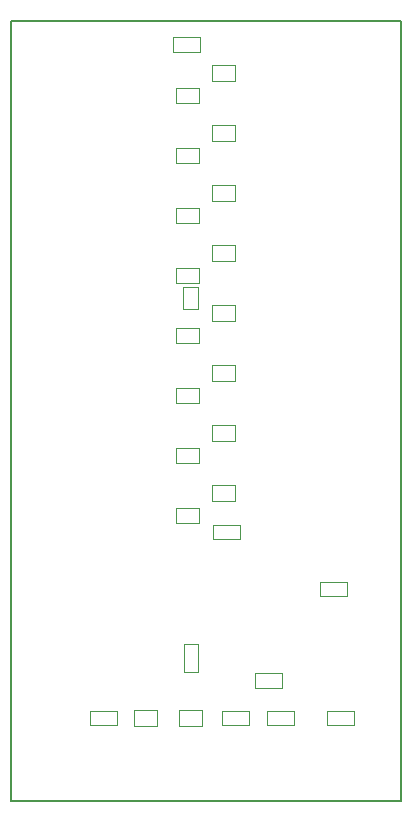
<source format=gbr>
%TF.GenerationSoftware,KiCad,Pcbnew,4.0.2-stable*%
%TF.CreationDate,2021-11-11T11:09:56-08:00*%
%TF.ProjectId,pwm,70776D2E6B696361645F706362000000,rev?*%
%TF.FileFunction,Other,User*%
%FSLAX46Y46*%
G04 Gerber Fmt 4.6, Leading zero omitted, Abs format (unit mm)*
G04 Created by KiCad (PCBNEW 4.0.2-stable) date 11/11/2021 11:09:56 AM*
%MOMM*%
G01*
G04 APERTURE LIST*
%ADD10C,0.100000*%
%ADD11C,0.150000*%
%ADD12C,0.050000*%
G04 APERTURE END LIST*
D10*
D11*
X153670000Y-71120000D02*
X186690000Y-71120000D01*
X153670000Y-137160000D02*
X186690000Y-137160000D01*
X153670000Y-137160000D02*
X153670000Y-71120000D01*
X186690000Y-71120000D02*
X186690000Y-137160000D01*
D12*
X170754000Y-90155000D02*
X172654000Y-90155000D01*
X170754000Y-91455000D02*
X172654000Y-91455000D01*
X170754000Y-90155000D02*
X170754000Y-91455000D01*
X172654000Y-90155000D02*
X172654000Y-91455000D01*
X169606000Y-83200000D02*
X167706000Y-83200000D01*
X169606000Y-81900000D02*
X167706000Y-81900000D01*
X169606000Y-83200000D02*
X169606000Y-81900000D01*
X167706000Y-83200000D02*
X167706000Y-81900000D01*
X169679000Y-73752000D02*
X167379000Y-73752000D01*
X169679000Y-72552000D02*
X167379000Y-72552000D01*
X169679000Y-73752000D02*
X169679000Y-72552000D01*
X167379000Y-73752000D02*
X167379000Y-72552000D01*
X168310000Y-126245000D02*
X168310000Y-123945000D01*
X169510000Y-126245000D02*
X169510000Y-123945000D01*
X168310000Y-126245000D02*
X169510000Y-126245000D01*
X168310000Y-123945000D02*
X169510000Y-123945000D01*
X179825000Y-118653000D02*
X182125000Y-118653000D01*
X179825000Y-119853000D02*
X182125000Y-119853000D01*
X179825000Y-118653000D02*
X179825000Y-119853000D01*
X182125000Y-118653000D02*
X182125000Y-119853000D01*
X174364000Y-126400000D02*
X176664000Y-126400000D01*
X174364000Y-127600000D02*
X176664000Y-127600000D01*
X174364000Y-126400000D02*
X174364000Y-127600000D01*
X176664000Y-126400000D02*
X176664000Y-127600000D01*
X169606000Y-78120000D02*
X167706000Y-78120000D01*
X169606000Y-76820000D02*
X167706000Y-76820000D01*
X169606000Y-78120000D02*
X169606000Y-76820000D01*
X167706000Y-78120000D02*
X167706000Y-76820000D01*
X170754000Y-74915000D02*
X172654000Y-74915000D01*
X170754000Y-76215000D02*
X172654000Y-76215000D01*
X170754000Y-74915000D02*
X170754000Y-76215000D01*
X172654000Y-74915000D02*
X172654000Y-76215000D01*
X170754000Y-79995000D02*
X172654000Y-79995000D01*
X170754000Y-81295000D02*
X172654000Y-81295000D01*
X170754000Y-79995000D02*
X170754000Y-81295000D01*
X172654000Y-79995000D02*
X172654000Y-81295000D01*
X169606000Y-88280000D02*
X167706000Y-88280000D01*
X169606000Y-86980000D02*
X167706000Y-86980000D01*
X169606000Y-88280000D02*
X169606000Y-86980000D01*
X167706000Y-88280000D02*
X167706000Y-86980000D01*
X170754000Y-85075000D02*
X172654000Y-85075000D01*
X170754000Y-86375000D02*
X172654000Y-86375000D01*
X170754000Y-85075000D02*
X170754000Y-86375000D01*
X172654000Y-85075000D02*
X172654000Y-86375000D01*
X169606000Y-93360000D02*
X167706000Y-93360000D01*
X169606000Y-92060000D02*
X167706000Y-92060000D01*
X169606000Y-93360000D02*
X169606000Y-92060000D01*
X167706000Y-93360000D02*
X167706000Y-92060000D01*
X169606000Y-98440000D02*
X167706000Y-98440000D01*
X169606000Y-97140000D02*
X167706000Y-97140000D01*
X169606000Y-98440000D02*
X169606000Y-97140000D01*
X167706000Y-98440000D02*
X167706000Y-97140000D01*
X170754000Y-95235000D02*
X172654000Y-95235000D01*
X170754000Y-96535000D02*
X172654000Y-96535000D01*
X170754000Y-95235000D02*
X170754000Y-96535000D01*
X172654000Y-95235000D02*
X172654000Y-96535000D01*
X169606000Y-103520000D02*
X167706000Y-103520000D01*
X169606000Y-102220000D02*
X167706000Y-102220000D01*
X169606000Y-103520000D02*
X169606000Y-102220000D01*
X167706000Y-103520000D02*
X167706000Y-102220000D01*
X170754000Y-100315000D02*
X172654000Y-100315000D01*
X170754000Y-101615000D02*
X172654000Y-101615000D01*
X170754000Y-100315000D02*
X170754000Y-101615000D01*
X172654000Y-100315000D02*
X172654000Y-101615000D01*
X169606000Y-108600000D02*
X167706000Y-108600000D01*
X169606000Y-107300000D02*
X167706000Y-107300000D01*
X169606000Y-108600000D02*
X169606000Y-107300000D01*
X167706000Y-108600000D02*
X167706000Y-107300000D01*
X170754000Y-105395000D02*
X172654000Y-105395000D01*
X170754000Y-106695000D02*
X172654000Y-106695000D01*
X170754000Y-105395000D02*
X170754000Y-106695000D01*
X172654000Y-105395000D02*
X172654000Y-106695000D01*
X169606000Y-113680000D02*
X167706000Y-113680000D01*
X169606000Y-112380000D02*
X167706000Y-112380000D01*
X169606000Y-113680000D02*
X169606000Y-112380000D01*
X167706000Y-113680000D02*
X167706000Y-112380000D01*
X170754000Y-110475000D02*
X172654000Y-110475000D01*
X170754000Y-111775000D02*
X172654000Y-111775000D01*
X170754000Y-110475000D02*
X170754000Y-111775000D01*
X172654000Y-110475000D02*
X172654000Y-111775000D01*
X167960000Y-129525000D02*
X169860000Y-129525000D01*
X167960000Y-130825000D02*
X169860000Y-130825000D01*
X167960000Y-129525000D02*
X167960000Y-130825000D01*
X169860000Y-129525000D02*
X169860000Y-130825000D01*
X162694000Y-130775000D02*
X160394000Y-130775000D01*
X162694000Y-129575000D02*
X160394000Y-129575000D01*
X162694000Y-130775000D02*
X162694000Y-129575000D01*
X160394000Y-130775000D02*
X160394000Y-129575000D01*
X171570000Y-129575000D02*
X173870000Y-129575000D01*
X171570000Y-130775000D02*
X173870000Y-130775000D01*
X171570000Y-129575000D02*
X171570000Y-130775000D01*
X173870000Y-129575000D02*
X173870000Y-130775000D01*
X182760000Y-130775000D02*
X180460000Y-130775000D01*
X182760000Y-129575000D02*
X180460000Y-129575000D01*
X182760000Y-130775000D02*
X182760000Y-129575000D01*
X180460000Y-130775000D02*
X180460000Y-129575000D01*
X175380000Y-129575000D02*
X177680000Y-129575000D01*
X175380000Y-130775000D02*
X177680000Y-130775000D01*
X175380000Y-129575000D02*
X175380000Y-130775000D01*
X177680000Y-129575000D02*
X177680000Y-130775000D01*
X170808000Y-113827000D02*
X173108000Y-113827000D01*
X170808000Y-115027000D02*
X173108000Y-115027000D01*
X170808000Y-113827000D02*
X170808000Y-115027000D01*
X173108000Y-113827000D02*
X173108000Y-115027000D01*
X166050000Y-130825000D02*
X164150000Y-130825000D01*
X166050000Y-129525000D02*
X164150000Y-129525000D01*
X166050000Y-130825000D02*
X166050000Y-129525000D01*
X164150000Y-130825000D02*
X164150000Y-129525000D01*
X168260000Y-95565000D02*
X168260000Y-93665000D01*
X169560000Y-95565000D02*
X169560000Y-93665000D01*
X168260000Y-95565000D02*
X169560000Y-95565000D01*
X168260000Y-93665000D02*
X169560000Y-93665000D01*
M02*

</source>
